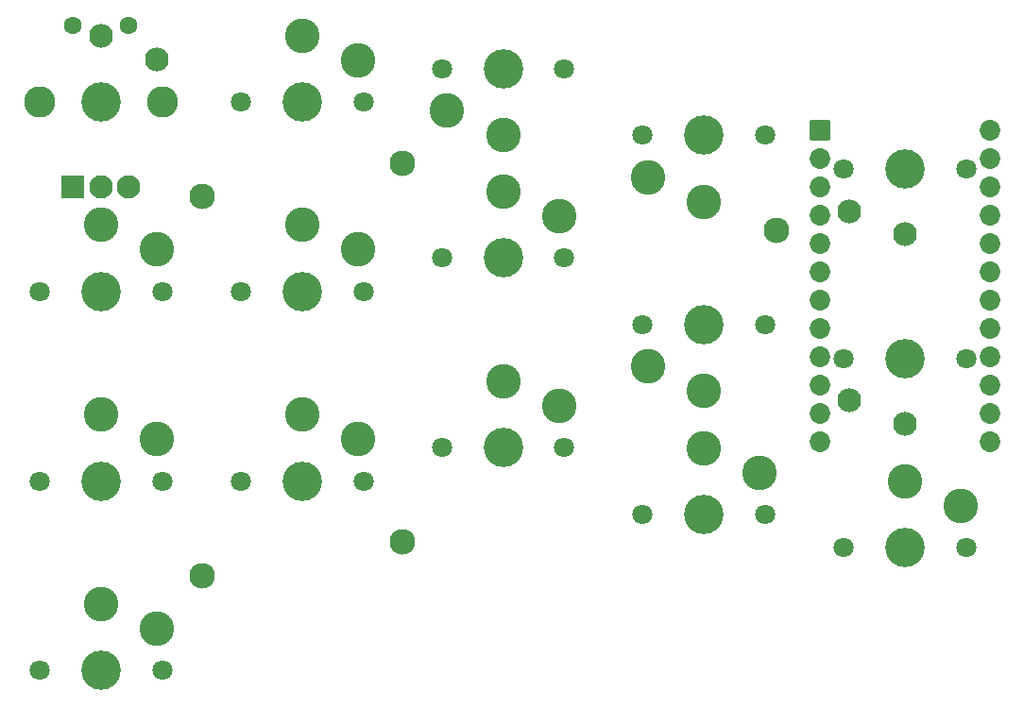
<source format=gbr>
%TF.GenerationSoftware,KiCad,Pcbnew,7.0.6-0*%
%TF.CreationDate,2023-08-01T13:28:47+08:00*%
%TF.ProjectId,left,6c656674-2e6b-4696-9361-645f70636258,v1.0.0*%
%TF.SameCoordinates,Original*%
%TF.FileFunction,Soldermask,Top*%
%TF.FilePolarity,Negative*%
%FSLAX46Y46*%
G04 Gerber Fmt 4.6, Leading zero omitted, Abs format (unit mm)*
G04 Created by KiCad (PCBNEW 7.0.6-0) date 2023-08-01 13:28:47*
%MOMM*%
%LPD*%
G01*
G04 APERTURE LIST*
G04 Aperture macros list*
%AMRoundRect*
0 Rectangle with rounded corners*
0 $1 Rounding radius*
0 $2 $3 $4 $5 $6 $7 $8 $9 X,Y pos of 4 corners*
0 Add a 4 corners polygon primitive as box body*
4,1,4,$2,$3,$4,$5,$6,$7,$8,$9,$2,$3,0*
0 Add four circle primitives for the rounded corners*
1,1,$1+$1,$2,$3*
1,1,$1+$1,$4,$5*
1,1,$1+$1,$6,$7*
1,1,$1+$1,$8,$9*
0 Add four rect primitives between the rounded corners*
20,1,$1+$1,$2,$3,$4,$5,0*
20,1,$1+$1,$4,$5,$6,$7,0*
20,1,$1+$1,$6,$7,$8,$9,0*
20,1,$1+$1,$8,$9,$2,$3,0*%
G04 Aperture macros list end*
%ADD10C,3.529000*%
%ADD11C,1.801800*%
%ADD12C,2.132000*%
%ADD13RoundRect,0.050000X1.000000X-1.000000X1.000000X1.000000X-1.000000X1.000000X-1.000000X-1.000000X0*%
%ADD14C,2.100000*%
%ADD15C,1.600000*%
%ADD16C,2.801800*%
%ADD17RoundRect,0.050000X-0.876300X0.876300X-0.876300X-0.876300X0.876300X-0.876300X0.876300X0.876300X0*%
%ADD18C,1.852600*%
%ADD19C,2.300000*%
%ADD20C,3.100000*%
G04 APERTURE END LIST*
D10*
%TO.C,S1*%
X72000000Y45000000D03*
D11*
X77500000Y45000000D03*
X66500000Y45000000D03*
D12*
X67000000Y41200000D03*
X72000000Y39100000D03*
%TD*%
D10*
%TO.C,S2*%
X72000000Y28000000D03*
D11*
X77500000Y28000000D03*
X66500000Y28000000D03*
D12*
X67000000Y24200000D03*
X72000000Y22100000D03*
%TD*%
D13*
%TO.C,ROT1*%
X-2540000Y43380000D03*
D14*
X-40000Y43380000D03*
X2460000Y43380000D03*
D15*
X-2540000Y57880000D03*
X2460000Y57880000D03*
D10*
X0Y51000000D03*
D16*
X5500000Y51000000D03*
X-5500000Y51000000D03*
D12*
X5000000Y54800000D03*
X0Y56900000D03*
%TD*%
D17*
%TO.C,MCU1*%
X64380000Y48470000D03*
D18*
X64380000Y45930000D03*
X64380000Y43390000D03*
X64380000Y40850000D03*
X64380000Y38310000D03*
X64380000Y35770000D03*
X64380000Y33230000D03*
X64380000Y30690000D03*
X64380000Y28150000D03*
X64380000Y25610000D03*
X64380000Y23070000D03*
X64380000Y20530000D03*
X79620000Y48470000D03*
X79620000Y45930000D03*
X79620000Y43390000D03*
X79620000Y40850000D03*
X79620000Y38310000D03*
X79620000Y35770000D03*
X79620000Y33230000D03*
X79620000Y30690000D03*
X79620000Y28150000D03*
X79620000Y25610000D03*
X79620000Y23070000D03*
X79620000Y20530000D03*
%TD*%
D19*
%TO.C,H1*%
X60500000Y39500000D03*
%TD*%
%TO.C,H2*%
X27000000Y45500000D03*
%TD*%
%TO.C,H3*%
X27000000Y11500000D03*
%TD*%
%TO.C,H4*%
X9000000Y42500000D03*
%TD*%
%TO.C,H5*%
X9000000Y8500000D03*
%TD*%
D10*
%TO.C,S3*%
X0Y34000000D03*
D11*
X-5500000Y34000000D03*
X5500000Y34000000D03*
D20*
X5000000Y37750000D03*
X0Y39950000D03*
%TD*%
D10*
%TO.C,S4*%
X0Y17000000D03*
D11*
X-5500000Y17000000D03*
X5500000Y17000000D03*
D20*
X5000000Y20750000D03*
X0Y22950000D03*
%TD*%
D10*
%TO.C,S5*%
X0Y0D03*
D11*
X-5500000Y0D03*
X5500000Y0D03*
D20*
X5000000Y3750000D03*
X0Y5950000D03*
%TD*%
D10*
%TO.C,S6*%
X18000000Y51000000D03*
D11*
X12500000Y51000000D03*
X23500000Y51000000D03*
D20*
X23000000Y54750000D03*
X18000000Y56950000D03*
%TD*%
D10*
%TO.C,S7*%
X18000000Y34000000D03*
D11*
X12500000Y34000000D03*
X23500000Y34000000D03*
D20*
X23000000Y37750000D03*
X18000000Y39950000D03*
%TD*%
D10*
%TO.C,S8*%
X18000000Y17000000D03*
D11*
X12500000Y17000000D03*
X23500000Y17000000D03*
D20*
X23000000Y20750000D03*
X18000000Y22950000D03*
%TD*%
D10*
%TO.C,S9*%
X36000000Y54000000D03*
D11*
X41500000Y54000000D03*
X30500000Y54000000D03*
D20*
X31000000Y50250000D03*
X36000000Y48050000D03*
%TD*%
D10*
%TO.C,S10*%
X36000000Y37000000D03*
D11*
X30500000Y37000000D03*
X41500000Y37000000D03*
D20*
X41000000Y40750000D03*
X36000000Y42950000D03*
%TD*%
D10*
%TO.C,S11*%
X36000000Y20000000D03*
D11*
X30500000Y20000000D03*
X41500000Y20000000D03*
D20*
X41000000Y23750000D03*
X36000000Y25950000D03*
%TD*%
D10*
%TO.C,S12*%
X54000000Y48000000D03*
D11*
X59500000Y48000000D03*
X48500000Y48000000D03*
D20*
X49000000Y44250000D03*
X54000000Y42050000D03*
%TD*%
D10*
%TO.C,S13*%
X54000000Y31000000D03*
D11*
X59500000Y31000000D03*
X48500000Y31000000D03*
D20*
X49000000Y27250000D03*
X54000000Y25050000D03*
%TD*%
D10*
%TO.C,S14*%
X54000000Y14000000D03*
D11*
X48500000Y14000000D03*
X59500000Y14000000D03*
D20*
X59000000Y17750000D03*
X54000000Y19950000D03*
%TD*%
D10*
%TO.C,S15*%
X72000000Y11000000D03*
D11*
X66500000Y11000000D03*
X77500000Y11000000D03*
D20*
X77000000Y14750000D03*
X72000000Y16950000D03*
%TD*%
M02*

</source>
